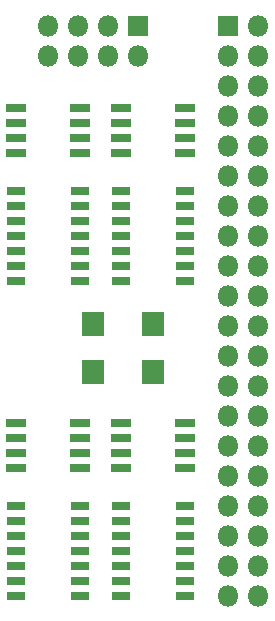
<source format=gts>
G04 #@! TF.GenerationSoftware,KiCad,Pcbnew,5.0.0-rc2-unknown-06ff563~65~ubuntu18.04.1*
G04 #@! TF.CreationDate,2018-06-29T13:07:05+02:00*
G04 #@! TF.ProjectId,raspi3-4xMCP2517FD,7261737069332D34784D435032353137,rev?*
G04 #@! TF.SameCoordinates,Original*
G04 #@! TF.FileFunction,Soldermask,Top*
G04 #@! TF.FilePolarity,Negative*
%FSLAX46Y46*%
G04 Gerber Fmt 4.6, Leading zero omitted, Abs format (unit mm)*
G04 Created by KiCad (PCBNEW 5.0.0-rc2-unknown-06ff563~65~ubuntu18.04.1) date Fri Jun 29 13:07:05 2018*
%MOMM*%
%LPD*%
G01*
G04 APERTURE LIST*
%ADD10R,1.901600X2.101600*%
%ADD11R,1.801600X1.801600*%
%ADD12O,1.801600X1.801600*%
%ADD13R,1.601600X0.701600*%
%ADD14R,1.651600X0.701600*%
G04 APERTURE END LIST*
D10*
G04 #@! TO.C,X1*
X90170000Y-54705000D03*
X95250000Y-54705000D03*
X95250000Y-50705000D03*
X90170000Y-50705000D03*
G04 #@! TD*
D11*
G04 #@! TO.C,J1*
X101600000Y-25400000D03*
D12*
X104140000Y-25400000D03*
X101600000Y-27940000D03*
X104140000Y-27940000D03*
X101600000Y-30480000D03*
X104140000Y-30480000D03*
X101600000Y-33020000D03*
X104140000Y-33020000D03*
X101600000Y-35560000D03*
X104140000Y-35560000D03*
X101600000Y-38100000D03*
X104140000Y-38100000D03*
X101600000Y-40640000D03*
X104140000Y-40640000D03*
X101600000Y-43180000D03*
X104140000Y-43180000D03*
X101600000Y-45720000D03*
X104140000Y-45720000D03*
X101600000Y-48260000D03*
X104140000Y-48260000D03*
X101600000Y-50800000D03*
X104140000Y-50800000D03*
X101600000Y-53340000D03*
X104140000Y-53340000D03*
X101600000Y-55880000D03*
X104140000Y-55880000D03*
X101600000Y-58420000D03*
X104140000Y-58420000D03*
X101600000Y-60960000D03*
X104140000Y-60960000D03*
X101600000Y-63500000D03*
X104140000Y-63500000D03*
X101600000Y-66040000D03*
X104140000Y-66040000D03*
X101600000Y-68580000D03*
X104140000Y-68580000D03*
X101600000Y-71120000D03*
X104140000Y-71120000D03*
X101600000Y-73660000D03*
X104140000Y-73660000D03*
G04 #@! TD*
D11*
G04 #@! TO.C,J2*
X93980000Y-25400000D03*
D12*
X93980000Y-27940000D03*
X91440000Y-25400000D03*
X91440000Y-27940000D03*
X88900000Y-25400000D03*
X88900000Y-27940000D03*
X86360000Y-25400000D03*
X86360000Y-27940000D03*
G04 #@! TD*
D13*
G04 #@! TO.C,U1*
X92550000Y-39370000D03*
X92550000Y-40640000D03*
X92550000Y-41910000D03*
X92550000Y-43180000D03*
X92550000Y-44450000D03*
X92550000Y-45720000D03*
X92550000Y-46990000D03*
X97950000Y-46990000D03*
X97950000Y-45720000D03*
X97950000Y-44450000D03*
X97950000Y-43180000D03*
X97950000Y-41910000D03*
X97950000Y-40640000D03*
X97950000Y-39370000D03*
G04 #@! TD*
G04 #@! TO.C,U2*
X89060000Y-39370000D03*
X89060000Y-40640000D03*
X89060000Y-41910000D03*
X89060000Y-43180000D03*
X89060000Y-44450000D03*
X89060000Y-45720000D03*
X89060000Y-46990000D03*
X83660000Y-46990000D03*
X83660000Y-45720000D03*
X83660000Y-44450000D03*
X83660000Y-43180000D03*
X83660000Y-41910000D03*
X83660000Y-40640000D03*
X83660000Y-39370000D03*
G04 #@! TD*
G04 #@! TO.C,U3*
X92550000Y-66040000D03*
X92550000Y-67310000D03*
X92550000Y-68580000D03*
X92550000Y-69850000D03*
X92550000Y-71120000D03*
X92550000Y-72390000D03*
X92550000Y-73660000D03*
X97950000Y-73660000D03*
X97950000Y-72390000D03*
X97950000Y-71120000D03*
X97950000Y-69850000D03*
X97950000Y-68580000D03*
X97950000Y-67310000D03*
X97950000Y-66040000D03*
G04 #@! TD*
G04 #@! TO.C,U4*
X89060000Y-66040000D03*
X89060000Y-67310000D03*
X89060000Y-68580000D03*
X89060000Y-69850000D03*
X89060000Y-71120000D03*
X89060000Y-72390000D03*
X89060000Y-73660000D03*
X83660000Y-73660000D03*
X83660000Y-72390000D03*
X83660000Y-71120000D03*
X83660000Y-69850000D03*
X83660000Y-68580000D03*
X83660000Y-67310000D03*
X83660000Y-66040000D03*
G04 #@! TD*
D14*
G04 #@! TO.C,U5*
X97950000Y-32385000D03*
X97950000Y-33655000D03*
X97950000Y-34925000D03*
X97950000Y-36195000D03*
X92550000Y-36195000D03*
X92550000Y-34925000D03*
X92550000Y-33655000D03*
X92550000Y-32385000D03*
G04 #@! TD*
G04 #@! TO.C,U6*
X83660000Y-32385000D03*
X83660000Y-33655000D03*
X83660000Y-34925000D03*
X83660000Y-36195000D03*
X89060000Y-36195000D03*
X89060000Y-34925000D03*
X89060000Y-33655000D03*
X89060000Y-32385000D03*
G04 #@! TD*
G04 #@! TO.C,U7*
X97950000Y-59055000D03*
X97950000Y-60325000D03*
X97950000Y-61595000D03*
X97950000Y-62865000D03*
X92550000Y-62865000D03*
X92550000Y-61595000D03*
X92550000Y-60325000D03*
X92550000Y-59055000D03*
G04 #@! TD*
G04 #@! TO.C,U8*
X83660000Y-59055000D03*
X83660000Y-60325000D03*
X83660000Y-61595000D03*
X83660000Y-62865000D03*
X89060000Y-62865000D03*
X89060000Y-61595000D03*
X89060000Y-60325000D03*
X89060000Y-59055000D03*
G04 #@! TD*
M02*

</source>
